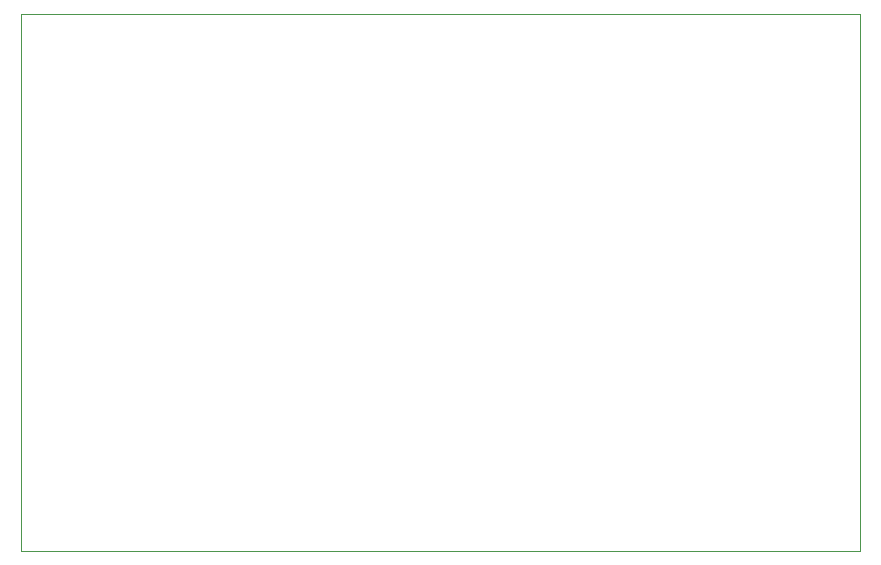
<source format=gbr>
G04 #@! TF.GenerationSoftware,KiCad,Pcbnew,(5.1.4)-1*
G04 #@! TF.CreationDate,2020-09-21T10:08:00+03:00*
G04 #@! TF.ProjectId,peltier,70656c74-6965-4722-9e6b-696361645f70,rev?*
G04 #@! TF.SameCoordinates,Original*
G04 #@! TF.FileFunction,Profile,NP*
%FSLAX46Y46*%
G04 Gerber Fmt 4.6, Leading zero omitted, Abs format (unit mm)*
G04 Created by KiCad (PCBNEW (5.1.4)-1) date 2020-09-21 10:08:00*
%MOMM*%
%LPD*%
G04 APERTURE LIST*
%ADD10C,0.050000*%
G04 APERTURE END LIST*
D10*
X124000000Y-116500000D02*
X124000000Y-71000000D01*
X195000000Y-116500000D02*
X124000000Y-116500000D01*
X195000000Y-71000000D02*
X195000000Y-116500000D01*
X124000000Y-71000000D02*
X195000000Y-71000000D01*
M02*

</source>
